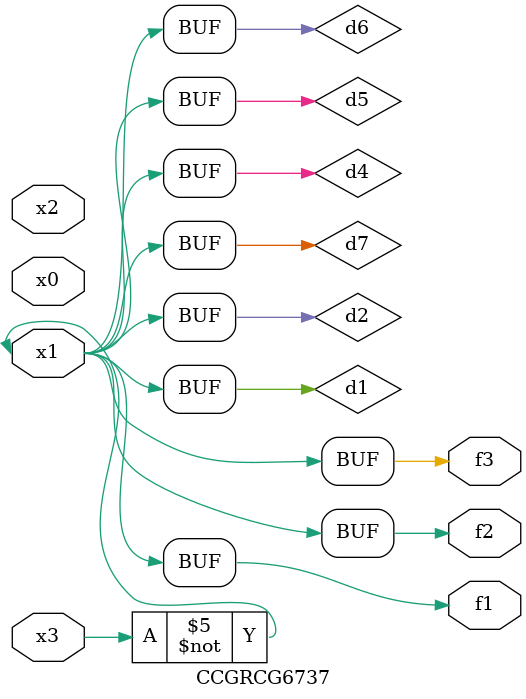
<source format=v>
module CCGRCG6737(
	input x0, x1, x2, x3,
	output f1, f2, f3
);

	wire d1, d2, d3, d4, d5, d6, d7;

	not (d1, x3);
	buf (d2, x1);
	xnor (d3, d1, d2);
	nor (d4, d1);
	buf (d5, d1, d2);
	buf (d6, d4, d5);
	nand (d7, d4);
	assign f1 = d6;
	assign f2 = d7;
	assign f3 = d6;
endmodule

</source>
